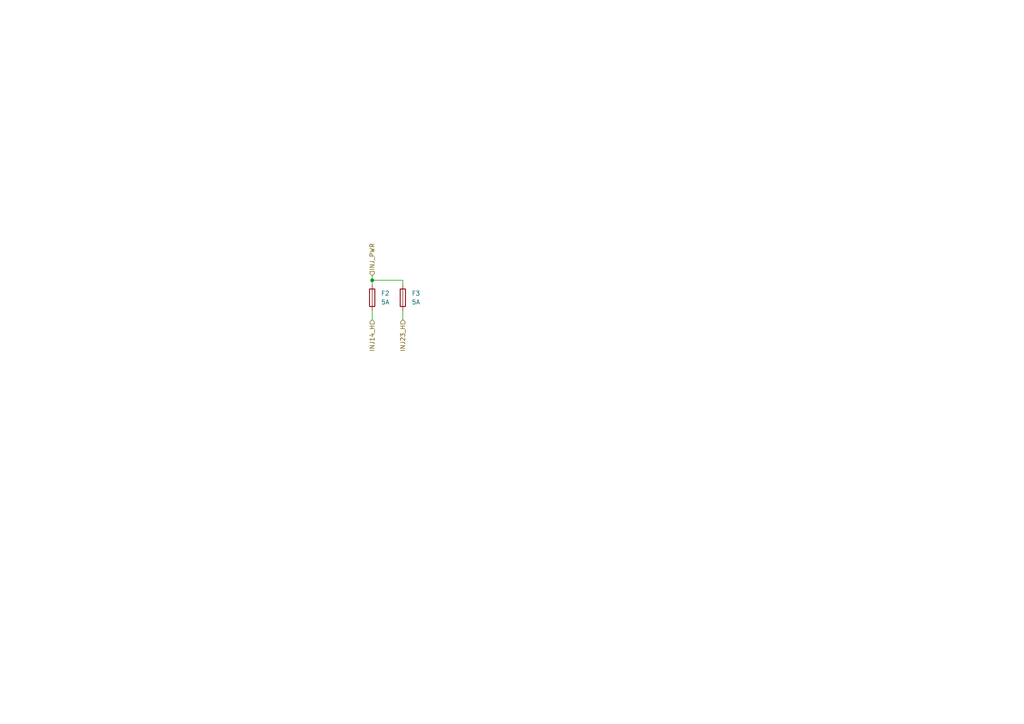
<source format=kicad_sch>
(kicad_sch (version 20231120) (generator "eeschema") (generator_version "8.0")
  (paper "A4")
  (lib_symbols
    (symbol "Device:Fuse" (pin_numbers hide) (pin_names (offset 0))
      (property "Reference" "F" (at 2.032 0 90))
      (property "Value" "Fuse" (at -1.905 0 90))
      (symbol "Fuse_0_1"
        (rectangle (start -0.762 -2.54) (end 0.762 2.54) (stroke (width 0.254)))
        (polyline (pts (xy 0 2.54) (xy 0 -2.54)))
      )
      (symbol "Fuse_1_1"
        (pin passive line (at 0 3.81 270) (length 1.27) (name "~") (number "1"))
        (pin passive line (at 0 -3.81 90) (length 1.27) (name "~") (number "2"))
      )
    )
  )
  (junction (at 107.95 81.28))
  (wire (pts (xy 116.84 90.17) (xy 116.84 92.71)))
  (wire (pts (xy 107.95 81.28) (xy 107.95 82.55)))
  (wire (pts (xy 107.95 90.17) (xy 107.95 92.71)))
  (wire (pts (xy 116.84 81.28) (xy 107.95 81.28)))
  (wire (pts (xy 116.84 82.55) (xy 116.84 81.28)))
  (wire (pts (xy 107.95 80.01) (xy 107.95 81.28)))
  (hierarchical_label "INJ23_H" (shape input) (at 116.84 92.71 270))
  (hierarchical_label "INJ14_H" (shape input) (at 107.95 92.71 270))
  (hierarchical_label "INJ_PWR" (shape input) (at 107.95 80.01 90))
  (symbol (lib_id "Device:Fuse") (at 116.84 86.36 0) (unit 1)
    (property "Reference" "F3" (at 119.38 85.0899 0) (effects (justify left)))
    (property "Value" "5A" (at 119.38 87.6299 0) (effects (justify left)))
    (property "Description" "Fuse" (effects (hide yes)))
  )
  (symbol (lib_id "Device:Fuse") (at 107.95 86.36 0) (unit 1)
    (property "Reference" "F2" (at 110.49 85.0899 0) (effects (justify left)))
    (property "Value" "5A" (at 110.49 87.6299 0) (effects (justify left)))
    (property "Description" "Fuse" (effects (hide yes)))
  )
)
</source>
